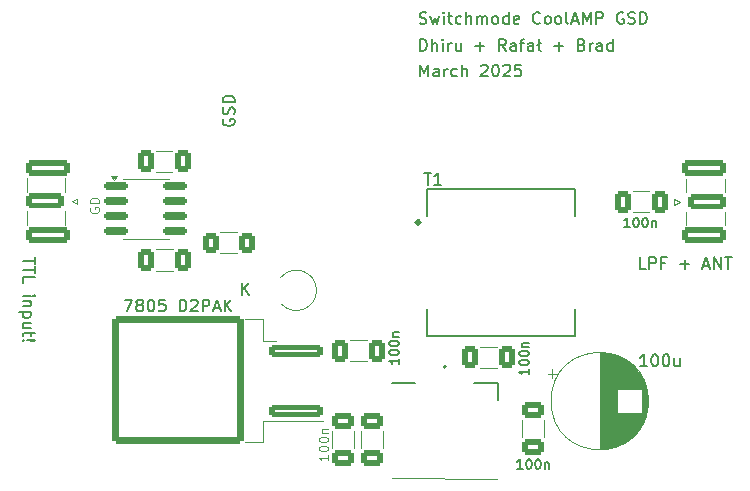
<source format=gbr>
%TF.GenerationSoftware,KiCad,Pcbnew,9.0.0*%
%TF.CreationDate,2025-03-21T19:43:46+05:30*%
%TF.ProjectId,HF-PA-v10,48462d50-412d-4763-9130-2e6b69636164,rev?*%
%TF.SameCoordinates,Original*%
%TF.FileFunction,Legend,Top*%
%TF.FilePolarity,Positive*%
%FSLAX46Y46*%
G04 Gerber Fmt 4.6, Leading zero omitted, Abs format (unit mm)*
G04 Created by KiCad (PCBNEW 9.0.0) date 2025-03-21 19:43:46*
%MOMM*%
%LPD*%
G01*
G04 APERTURE LIST*
G04 Aperture macros list*
%AMRoundRect*
0 Rectangle with rounded corners*
0 $1 Rounding radius*
0 $2 $3 $4 $5 $6 $7 $8 $9 X,Y pos of 4 corners*
0 Add a 4 corners polygon primitive as box body*
4,1,4,$2,$3,$4,$5,$6,$7,$8,$9,$2,$3,0*
0 Add four circle primitives for the rounded corners*
1,1,$1+$1,$2,$3*
1,1,$1+$1,$4,$5*
1,1,$1+$1,$6,$7*
1,1,$1+$1,$8,$9*
0 Add four rect primitives between the rounded corners*
20,1,$1+$1,$2,$3,$4,$5,0*
20,1,$1+$1,$4,$5,$6,$7,0*
20,1,$1+$1,$6,$7,$8,$9,0*
20,1,$1+$1,$8,$9,$2,$3,0*%
G04 Aperture macros list end*
%ADD10C,0.150000*%
%ADD11C,0.100000*%
%ADD12C,0.120000*%
%ADD13C,0.127000*%
%ADD14C,0.200000*%
%ADD15C,0.300000*%
%ADD16RoundRect,0.250000X-0.650000X0.412500X-0.650000X-0.412500X0.650000X-0.412500X0.650000X0.412500X0*%
%ADD17C,0.800000*%
%ADD18C,6.400000*%
%ADD19RoundRect,0.250000X1.350000X-0.385000X1.350000X0.385000X-1.350000X0.385000X-1.350000X-0.385000X0*%
%ADD20RoundRect,0.250000X1.600000X-0.425000X1.600000X0.425000X-1.600000X0.425000X-1.600000X-0.425000X0*%
%ADD21O,4.400000X2.200000*%
%ADD22O,4.000000X2.000000*%
%ADD23O,2.000000X4.000000*%
%ADD24R,2.200000X2.200000*%
%ADD25O,2.200000X2.200000*%
%ADD26RoundRect,0.250000X-0.400000X-0.625000X0.400000X-0.625000X0.400000X0.625000X-0.400000X0.625000X0*%
%ADD27RoundRect,0.250000X-1.350000X0.385000X-1.350000X-0.385000X1.350000X-0.385000X1.350000X0.385000X0*%
%ADD28RoundRect,0.250000X-1.600000X0.425000X-1.600000X-0.425000X1.600000X-0.425000X1.600000X0.425000X0*%
%ADD29O,3.500000X3.500000*%
%ADD30R,1.905000X2.000000*%
%ADD31O,1.905000X2.000000*%
%ADD32RoundRect,0.250000X-0.412500X-0.650000X0.412500X-0.650000X0.412500X0.650000X-0.412500X0.650000X0*%
%ADD33RoundRect,0.250000X0.412500X0.650000X-0.412500X0.650000X-0.412500X-0.650000X0.412500X-0.650000X0*%
%ADD34RoundRect,0.150000X-0.825000X-0.150000X0.825000X-0.150000X0.825000X0.150000X-0.825000X0.150000X0*%
%ADD35R,1.600000X1.600000*%
%ADD36C,1.600000*%
%ADD37R,5.500000X2.150000*%
%ADD38RoundRect,0.250000X2.050000X0.300000X-2.050000X0.300000X-2.050000X-0.300000X2.050000X-0.300000X0*%
%ADD39RoundRect,0.289364X5.290636X5.150636X-5.290636X5.150636X-5.290636X-5.150636X5.290636X-5.150636X0*%
G04 APERTURE END LIST*
D10*
X53412969Y-26109819D02*
X52936779Y-26109819D01*
X52936779Y-26109819D02*
X52936779Y-25109819D01*
X53746303Y-26109819D02*
X53746303Y-25109819D01*
X53746303Y-25109819D02*
X54127255Y-25109819D01*
X54127255Y-25109819D02*
X54222493Y-25157438D01*
X54222493Y-25157438D02*
X54270112Y-25205057D01*
X54270112Y-25205057D02*
X54317731Y-25300295D01*
X54317731Y-25300295D02*
X54317731Y-25443152D01*
X54317731Y-25443152D02*
X54270112Y-25538390D01*
X54270112Y-25538390D02*
X54222493Y-25586009D01*
X54222493Y-25586009D02*
X54127255Y-25633628D01*
X54127255Y-25633628D02*
X53746303Y-25633628D01*
X55079636Y-25586009D02*
X54746303Y-25586009D01*
X54746303Y-26109819D02*
X54746303Y-25109819D01*
X54746303Y-25109819D02*
X55222493Y-25109819D01*
X56365351Y-25728866D02*
X57127256Y-25728866D01*
X56746303Y-26109819D02*
X56746303Y-25347914D01*
X58317732Y-25824104D02*
X58793922Y-25824104D01*
X58222494Y-26109819D02*
X58555827Y-25109819D01*
X58555827Y-25109819D02*
X58889160Y-26109819D01*
X59222494Y-26109819D02*
X59222494Y-25109819D01*
X59222494Y-25109819D02*
X59793922Y-26109819D01*
X59793922Y-26109819D02*
X59793922Y-25109819D01*
X60127256Y-25109819D02*
X60698684Y-25109819D01*
X60412970Y-26109819D02*
X60412970Y-25109819D01*
X1680180Y-25143922D02*
X1680180Y-25715350D01*
X680180Y-25429636D02*
X1680180Y-25429636D01*
X1680180Y-25905827D02*
X1680180Y-26477255D01*
X680180Y-26191541D02*
X1680180Y-26191541D01*
X680180Y-27286779D02*
X680180Y-26810589D01*
X680180Y-26810589D02*
X1680180Y-26810589D01*
X680180Y-28382018D02*
X1346847Y-28382018D01*
X1680180Y-28382018D02*
X1632561Y-28334399D01*
X1632561Y-28334399D02*
X1584942Y-28382018D01*
X1584942Y-28382018D02*
X1632561Y-28429637D01*
X1632561Y-28429637D02*
X1680180Y-28382018D01*
X1680180Y-28382018D02*
X1584942Y-28382018D01*
X1346847Y-28858208D02*
X680180Y-28858208D01*
X1251609Y-28858208D02*
X1299228Y-28905827D01*
X1299228Y-28905827D02*
X1346847Y-29001065D01*
X1346847Y-29001065D02*
X1346847Y-29143922D01*
X1346847Y-29143922D02*
X1299228Y-29239160D01*
X1299228Y-29239160D02*
X1203990Y-29286779D01*
X1203990Y-29286779D02*
X680180Y-29286779D01*
X1346847Y-29762970D02*
X346847Y-29762970D01*
X1299228Y-29762970D02*
X1346847Y-29858208D01*
X1346847Y-29858208D02*
X1346847Y-30048684D01*
X1346847Y-30048684D02*
X1299228Y-30143922D01*
X1299228Y-30143922D02*
X1251609Y-30191541D01*
X1251609Y-30191541D02*
X1156371Y-30239160D01*
X1156371Y-30239160D02*
X870657Y-30239160D01*
X870657Y-30239160D02*
X775419Y-30191541D01*
X775419Y-30191541D02*
X727800Y-30143922D01*
X727800Y-30143922D02*
X680180Y-30048684D01*
X680180Y-30048684D02*
X680180Y-29858208D01*
X680180Y-29858208D02*
X727800Y-29762970D01*
X1346847Y-31096303D02*
X680180Y-31096303D01*
X1346847Y-30667732D02*
X823038Y-30667732D01*
X823038Y-30667732D02*
X727800Y-30715351D01*
X727800Y-30715351D02*
X680180Y-30810589D01*
X680180Y-30810589D02*
X680180Y-30953446D01*
X680180Y-30953446D02*
X727800Y-31048684D01*
X727800Y-31048684D02*
X775419Y-31096303D01*
X1346847Y-31429637D02*
X1346847Y-31810589D01*
X1680180Y-31572494D02*
X823038Y-31572494D01*
X823038Y-31572494D02*
X727800Y-31620113D01*
X727800Y-31620113D02*
X680180Y-31715351D01*
X680180Y-31715351D02*
X680180Y-31810589D01*
X775419Y-32143923D02*
X727800Y-32191542D01*
X727800Y-32191542D02*
X680180Y-32143923D01*
X680180Y-32143923D02*
X727800Y-32096304D01*
X727800Y-32096304D02*
X775419Y-32143923D01*
X775419Y-32143923D02*
X680180Y-32143923D01*
X1061133Y-32143923D02*
X1632561Y-32096304D01*
X1632561Y-32096304D02*
X1680180Y-32143923D01*
X1680180Y-32143923D02*
X1632561Y-32191542D01*
X1632561Y-32191542D02*
X1061133Y-32143923D01*
X1061133Y-32143923D02*
X1680180Y-32143923D01*
X34336779Y-7659819D02*
X34336779Y-6659819D01*
X34336779Y-6659819D02*
X34574874Y-6659819D01*
X34574874Y-6659819D02*
X34717731Y-6707438D01*
X34717731Y-6707438D02*
X34812969Y-6802676D01*
X34812969Y-6802676D02*
X34860588Y-6897914D01*
X34860588Y-6897914D02*
X34908207Y-7088390D01*
X34908207Y-7088390D02*
X34908207Y-7231247D01*
X34908207Y-7231247D02*
X34860588Y-7421723D01*
X34860588Y-7421723D02*
X34812969Y-7516961D01*
X34812969Y-7516961D02*
X34717731Y-7612200D01*
X34717731Y-7612200D02*
X34574874Y-7659819D01*
X34574874Y-7659819D02*
X34336779Y-7659819D01*
X35336779Y-7659819D02*
X35336779Y-6659819D01*
X35765350Y-7659819D02*
X35765350Y-7136009D01*
X35765350Y-7136009D02*
X35717731Y-7040771D01*
X35717731Y-7040771D02*
X35622493Y-6993152D01*
X35622493Y-6993152D02*
X35479636Y-6993152D01*
X35479636Y-6993152D02*
X35384398Y-7040771D01*
X35384398Y-7040771D02*
X35336779Y-7088390D01*
X36241541Y-7659819D02*
X36241541Y-6993152D01*
X36241541Y-6659819D02*
X36193922Y-6707438D01*
X36193922Y-6707438D02*
X36241541Y-6755057D01*
X36241541Y-6755057D02*
X36289160Y-6707438D01*
X36289160Y-6707438D02*
X36241541Y-6659819D01*
X36241541Y-6659819D02*
X36241541Y-6755057D01*
X36717731Y-7659819D02*
X36717731Y-6993152D01*
X36717731Y-7183628D02*
X36765350Y-7088390D01*
X36765350Y-7088390D02*
X36812969Y-7040771D01*
X36812969Y-7040771D02*
X36908207Y-6993152D01*
X36908207Y-6993152D02*
X37003445Y-6993152D01*
X37765350Y-6993152D02*
X37765350Y-7659819D01*
X37336779Y-6993152D02*
X37336779Y-7516961D01*
X37336779Y-7516961D02*
X37384398Y-7612200D01*
X37384398Y-7612200D02*
X37479636Y-7659819D01*
X37479636Y-7659819D02*
X37622493Y-7659819D01*
X37622493Y-7659819D02*
X37717731Y-7612200D01*
X37717731Y-7612200D02*
X37765350Y-7564580D01*
X39003446Y-7278866D02*
X39765351Y-7278866D01*
X39384398Y-7659819D02*
X39384398Y-6897914D01*
X41574874Y-7659819D02*
X41241541Y-7183628D01*
X41003446Y-7659819D02*
X41003446Y-6659819D01*
X41003446Y-6659819D02*
X41384398Y-6659819D01*
X41384398Y-6659819D02*
X41479636Y-6707438D01*
X41479636Y-6707438D02*
X41527255Y-6755057D01*
X41527255Y-6755057D02*
X41574874Y-6850295D01*
X41574874Y-6850295D02*
X41574874Y-6993152D01*
X41574874Y-6993152D02*
X41527255Y-7088390D01*
X41527255Y-7088390D02*
X41479636Y-7136009D01*
X41479636Y-7136009D02*
X41384398Y-7183628D01*
X41384398Y-7183628D02*
X41003446Y-7183628D01*
X42432017Y-7659819D02*
X42432017Y-7136009D01*
X42432017Y-7136009D02*
X42384398Y-7040771D01*
X42384398Y-7040771D02*
X42289160Y-6993152D01*
X42289160Y-6993152D02*
X42098684Y-6993152D01*
X42098684Y-6993152D02*
X42003446Y-7040771D01*
X42432017Y-7612200D02*
X42336779Y-7659819D01*
X42336779Y-7659819D02*
X42098684Y-7659819D01*
X42098684Y-7659819D02*
X42003446Y-7612200D01*
X42003446Y-7612200D02*
X41955827Y-7516961D01*
X41955827Y-7516961D02*
X41955827Y-7421723D01*
X41955827Y-7421723D02*
X42003446Y-7326485D01*
X42003446Y-7326485D02*
X42098684Y-7278866D01*
X42098684Y-7278866D02*
X42336779Y-7278866D01*
X42336779Y-7278866D02*
X42432017Y-7231247D01*
X42765351Y-6993152D02*
X43146303Y-6993152D01*
X42908208Y-7659819D02*
X42908208Y-6802676D01*
X42908208Y-6802676D02*
X42955827Y-6707438D01*
X42955827Y-6707438D02*
X43051065Y-6659819D01*
X43051065Y-6659819D02*
X43146303Y-6659819D01*
X43908208Y-7659819D02*
X43908208Y-7136009D01*
X43908208Y-7136009D02*
X43860589Y-7040771D01*
X43860589Y-7040771D02*
X43765351Y-6993152D01*
X43765351Y-6993152D02*
X43574875Y-6993152D01*
X43574875Y-6993152D02*
X43479637Y-7040771D01*
X43908208Y-7612200D02*
X43812970Y-7659819D01*
X43812970Y-7659819D02*
X43574875Y-7659819D01*
X43574875Y-7659819D02*
X43479637Y-7612200D01*
X43479637Y-7612200D02*
X43432018Y-7516961D01*
X43432018Y-7516961D02*
X43432018Y-7421723D01*
X43432018Y-7421723D02*
X43479637Y-7326485D01*
X43479637Y-7326485D02*
X43574875Y-7278866D01*
X43574875Y-7278866D02*
X43812970Y-7278866D01*
X43812970Y-7278866D02*
X43908208Y-7231247D01*
X44527256Y-7659819D02*
X44432018Y-7612200D01*
X44432018Y-7612200D02*
X44384399Y-7516961D01*
X44384399Y-7516961D02*
X44384399Y-6659819D01*
X44241542Y-7183628D02*
X44527256Y-6993152D01*
X45670114Y-7278866D02*
X46432019Y-7278866D01*
X46051066Y-7659819D02*
X46051066Y-6897914D01*
X48003447Y-7136009D02*
X48146304Y-7183628D01*
X48146304Y-7183628D02*
X48193923Y-7231247D01*
X48193923Y-7231247D02*
X48241542Y-7326485D01*
X48241542Y-7326485D02*
X48241542Y-7469342D01*
X48241542Y-7469342D02*
X48193923Y-7564580D01*
X48193923Y-7564580D02*
X48146304Y-7612200D01*
X48146304Y-7612200D02*
X48051066Y-7659819D01*
X48051066Y-7659819D02*
X47670114Y-7659819D01*
X47670114Y-7659819D02*
X47670114Y-6659819D01*
X47670114Y-6659819D02*
X48003447Y-6659819D01*
X48003447Y-6659819D02*
X48098685Y-6707438D01*
X48098685Y-6707438D02*
X48146304Y-6755057D01*
X48146304Y-6755057D02*
X48193923Y-6850295D01*
X48193923Y-6850295D02*
X48193923Y-6945533D01*
X48193923Y-6945533D02*
X48146304Y-7040771D01*
X48146304Y-7040771D02*
X48098685Y-7088390D01*
X48098685Y-7088390D02*
X48003447Y-7136009D01*
X48003447Y-7136009D02*
X47670114Y-7136009D01*
X48670114Y-7659819D02*
X48670114Y-6993152D01*
X48670114Y-7183628D02*
X48717733Y-7088390D01*
X48717733Y-7088390D02*
X48765352Y-7040771D01*
X48765352Y-7040771D02*
X48860590Y-6993152D01*
X48860590Y-6993152D02*
X48955828Y-6993152D01*
X49717733Y-7659819D02*
X49717733Y-7136009D01*
X49717733Y-7136009D02*
X49670114Y-7040771D01*
X49670114Y-7040771D02*
X49574876Y-6993152D01*
X49574876Y-6993152D02*
X49384400Y-6993152D01*
X49384400Y-6993152D02*
X49289162Y-7040771D01*
X49717733Y-7612200D02*
X49622495Y-7659819D01*
X49622495Y-7659819D02*
X49384400Y-7659819D01*
X49384400Y-7659819D02*
X49289162Y-7612200D01*
X49289162Y-7612200D02*
X49241543Y-7516961D01*
X49241543Y-7516961D02*
X49241543Y-7421723D01*
X49241543Y-7421723D02*
X49289162Y-7326485D01*
X49289162Y-7326485D02*
X49384400Y-7278866D01*
X49384400Y-7278866D02*
X49622495Y-7278866D01*
X49622495Y-7278866D02*
X49717733Y-7231247D01*
X50622495Y-7659819D02*
X50622495Y-6659819D01*
X50622495Y-7612200D02*
X50527257Y-7659819D01*
X50527257Y-7659819D02*
X50336781Y-7659819D01*
X50336781Y-7659819D02*
X50241543Y-7612200D01*
X50241543Y-7612200D02*
X50193924Y-7564580D01*
X50193924Y-7564580D02*
X50146305Y-7469342D01*
X50146305Y-7469342D02*
X50146305Y-7183628D01*
X50146305Y-7183628D02*
X50193924Y-7088390D01*
X50193924Y-7088390D02*
X50241543Y-7040771D01*
X50241543Y-7040771D02*
X50336781Y-6993152D01*
X50336781Y-6993152D02*
X50527257Y-6993152D01*
X50527257Y-6993152D02*
X50622495Y-7040771D01*
X17667438Y-13439411D02*
X17619819Y-13534649D01*
X17619819Y-13534649D02*
X17619819Y-13677506D01*
X17619819Y-13677506D02*
X17667438Y-13820363D01*
X17667438Y-13820363D02*
X17762676Y-13915601D01*
X17762676Y-13915601D02*
X17857914Y-13963220D01*
X17857914Y-13963220D02*
X18048390Y-14010839D01*
X18048390Y-14010839D02*
X18191247Y-14010839D01*
X18191247Y-14010839D02*
X18381723Y-13963220D01*
X18381723Y-13963220D02*
X18476961Y-13915601D01*
X18476961Y-13915601D02*
X18572200Y-13820363D01*
X18572200Y-13820363D02*
X18619819Y-13677506D01*
X18619819Y-13677506D02*
X18619819Y-13582268D01*
X18619819Y-13582268D02*
X18572200Y-13439411D01*
X18572200Y-13439411D02*
X18524580Y-13391792D01*
X18524580Y-13391792D02*
X18191247Y-13391792D01*
X18191247Y-13391792D02*
X18191247Y-13582268D01*
X18572200Y-13010839D02*
X18619819Y-12867982D01*
X18619819Y-12867982D02*
X18619819Y-12629887D01*
X18619819Y-12629887D02*
X18572200Y-12534649D01*
X18572200Y-12534649D02*
X18524580Y-12487030D01*
X18524580Y-12487030D02*
X18429342Y-12439411D01*
X18429342Y-12439411D02*
X18334104Y-12439411D01*
X18334104Y-12439411D02*
X18238866Y-12487030D01*
X18238866Y-12487030D02*
X18191247Y-12534649D01*
X18191247Y-12534649D02*
X18143628Y-12629887D01*
X18143628Y-12629887D02*
X18096009Y-12820363D01*
X18096009Y-12820363D02*
X18048390Y-12915601D01*
X18048390Y-12915601D02*
X18000771Y-12963220D01*
X18000771Y-12963220D02*
X17905533Y-13010839D01*
X17905533Y-13010839D02*
X17810295Y-13010839D01*
X17810295Y-13010839D02*
X17715057Y-12963220D01*
X17715057Y-12963220D02*
X17667438Y-12915601D01*
X17667438Y-12915601D02*
X17619819Y-12820363D01*
X17619819Y-12820363D02*
X17619819Y-12582268D01*
X17619819Y-12582268D02*
X17667438Y-12439411D01*
X18619819Y-12010839D02*
X17619819Y-12010839D01*
X17619819Y-12010839D02*
X17619819Y-11772744D01*
X17619819Y-11772744D02*
X17667438Y-11629887D01*
X17667438Y-11629887D02*
X17762676Y-11534649D01*
X17762676Y-11534649D02*
X17857914Y-11487030D01*
X17857914Y-11487030D02*
X18048390Y-11439411D01*
X18048390Y-11439411D02*
X18191247Y-11439411D01*
X18191247Y-11439411D02*
X18381723Y-11487030D01*
X18381723Y-11487030D02*
X18476961Y-11534649D01*
X18476961Y-11534649D02*
X18572200Y-11629887D01*
X18572200Y-11629887D02*
X18619819Y-11772744D01*
X18619819Y-11772744D02*
X18619819Y-12010839D01*
X34336779Y-9819819D02*
X34336779Y-8819819D01*
X34336779Y-8819819D02*
X34670112Y-9534104D01*
X34670112Y-9534104D02*
X35003445Y-8819819D01*
X35003445Y-8819819D02*
X35003445Y-9819819D01*
X35908207Y-9819819D02*
X35908207Y-9296009D01*
X35908207Y-9296009D02*
X35860588Y-9200771D01*
X35860588Y-9200771D02*
X35765350Y-9153152D01*
X35765350Y-9153152D02*
X35574874Y-9153152D01*
X35574874Y-9153152D02*
X35479636Y-9200771D01*
X35908207Y-9772200D02*
X35812969Y-9819819D01*
X35812969Y-9819819D02*
X35574874Y-9819819D01*
X35574874Y-9819819D02*
X35479636Y-9772200D01*
X35479636Y-9772200D02*
X35432017Y-9676961D01*
X35432017Y-9676961D02*
X35432017Y-9581723D01*
X35432017Y-9581723D02*
X35479636Y-9486485D01*
X35479636Y-9486485D02*
X35574874Y-9438866D01*
X35574874Y-9438866D02*
X35812969Y-9438866D01*
X35812969Y-9438866D02*
X35908207Y-9391247D01*
X36384398Y-9819819D02*
X36384398Y-9153152D01*
X36384398Y-9343628D02*
X36432017Y-9248390D01*
X36432017Y-9248390D02*
X36479636Y-9200771D01*
X36479636Y-9200771D02*
X36574874Y-9153152D01*
X36574874Y-9153152D02*
X36670112Y-9153152D01*
X37432017Y-9772200D02*
X37336779Y-9819819D01*
X37336779Y-9819819D02*
X37146303Y-9819819D01*
X37146303Y-9819819D02*
X37051065Y-9772200D01*
X37051065Y-9772200D02*
X37003446Y-9724580D01*
X37003446Y-9724580D02*
X36955827Y-9629342D01*
X36955827Y-9629342D02*
X36955827Y-9343628D01*
X36955827Y-9343628D02*
X37003446Y-9248390D01*
X37003446Y-9248390D02*
X37051065Y-9200771D01*
X37051065Y-9200771D02*
X37146303Y-9153152D01*
X37146303Y-9153152D02*
X37336779Y-9153152D01*
X37336779Y-9153152D02*
X37432017Y-9200771D01*
X37860589Y-9819819D02*
X37860589Y-8819819D01*
X38289160Y-9819819D02*
X38289160Y-9296009D01*
X38289160Y-9296009D02*
X38241541Y-9200771D01*
X38241541Y-9200771D02*
X38146303Y-9153152D01*
X38146303Y-9153152D02*
X38003446Y-9153152D01*
X38003446Y-9153152D02*
X37908208Y-9200771D01*
X37908208Y-9200771D02*
X37860589Y-9248390D01*
X39479637Y-8915057D02*
X39527256Y-8867438D01*
X39527256Y-8867438D02*
X39622494Y-8819819D01*
X39622494Y-8819819D02*
X39860589Y-8819819D01*
X39860589Y-8819819D02*
X39955827Y-8867438D01*
X39955827Y-8867438D02*
X40003446Y-8915057D01*
X40003446Y-8915057D02*
X40051065Y-9010295D01*
X40051065Y-9010295D02*
X40051065Y-9105533D01*
X40051065Y-9105533D02*
X40003446Y-9248390D01*
X40003446Y-9248390D02*
X39432018Y-9819819D01*
X39432018Y-9819819D02*
X40051065Y-9819819D01*
X40670113Y-8819819D02*
X40765351Y-8819819D01*
X40765351Y-8819819D02*
X40860589Y-8867438D01*
X40860589Y-8867438D02*
X40908208Y-8915057D01*
X40908208Y-8915057D02*
X40955827Y-9010295D01*
X40955827Y-9010295D02*
X41003446Y-9200771D01*
X41003446Y-9200771D02*
X41003446Y-9438866D01*
X41003446Y-9438866D02*
X40955827Y-9629342D01*
X40955827Y-9629342D02*
X40908208Y-9724580D01*
X40908208Y-9724580D02*
X40860589Y-9772200D01*
X40860589Y-9772200D02*
X40765351Y-9819819D01*
X40765351Y-9819819D02*
X40670113Y-9819819D01*
X40670113Y-9819819D02*
X40574875Y-9772200D01*
X40574875Y-9772200D02*
X40527256Y-9724580D01*
X40527256Y-9724580D02*
X40479637Y-9629342D01*
X40479637Y-9629342D02*
X40432018Y-9438866D01*
X40432018Y-9438866D02*
X40432018Y-9200771D01*
X40432018Y-9200771D02*
X40479637Y-9010295D01*
X40479637Y-9010295D02*
X40527256Y-8915057D01*
X40527256Y-8915057D02*
X40574875Y-8867438D01*
X40574875Y-8867438D02*
X40670113Y-8819819D01*
X41384399Y-8915057D02*
X41432018Y-8867438D01*
X41432018Y-8867438D02*
X41527256Y-8819819D01*
X41527256Y-8819819D02*
X41765351Y-8819819D01*
X41765351Y-8819819D02*
X41860589Y-8867438D01*
X41860589Y-8867438D02*
X41908208Y-8915057D01*
X41908208Y-8915057D02*
X41955827Y-9010295D01*
X41955827Y-9010295D02*
X41955827Y-9105533D01*
X41955827Y-9105533D02*
X41908208Y-9248390D01*
X41908208Y-9248390D02*
X41336780Y-9819819D01*
X41336780Y-9819819D02*
X41955827Y-9819819D01*
X42860589Y-8819819D02*
X42384399Y-8819819D01*
X42384399Y-8819819D02*
X42336780Y-9296009D01*
X42336780Y-9296009D02*
X42384399Y-9248390D01*
X42384399Y-9248390D02*
X42479637Y-9200771D01*
X42479637Y-9200771D02*
X42717732Y-9200771D01*
X42717732Y-9200771D02*
X42812970Y-9248390D01*
X42812970Y-9248390D02*
X42860589Y-9296009D01*
X42860589Y-9296009D02*
X42908208Y-9391247D01*
X42908208Y-9391247D02*
X42908208Y-9629342D01*
X42908208Y-9629342D02*
X42860589Y-9724580D01*
X42860589Y-9724580D02*
X42812970Y-9772200D01*
X42812970Y-9772200D02*
X42717732Y-9819819D01*
X42717732Y-9819819D02*
X42479637Y-9819819D01*
X42479637Y-9819819D02*
X42384399Y-9772200D01*
X42384399Y-9772200D02*
X42336780Y-9724580D01*
X34289160Y-5322200D02*
X34432017Y-5369819D01*
X34432017Y-5369819D02*
X34670112Y-5369819D01*
X34670112Y-5369819D02*
X34765350Y-5322200D01*
X34765350Y-5322200D02*
X34812969Y-5274580D01*
X34812969Y-5274580D02*
X34860588Y-5179342D01*
X34860588Y-5179342D02*
X34860588Y-5084104D01*
X34860588Y-5084104D02*
X34812969Y-4988866D01*
X34812969Y-4988866D02*
X34765350Y-4941247D01*
X34765350Y-4941247D02*
X34670112Y-4893628D01*
X34670112Y-4893628D02*
X34479636Y-4846009D01*
X34479636Y-4846009D02*
X34384398Y-4798390D01*
X34384398Y-4798390D02*
X34336779Y-4750771D01*
X34336779Y-4750771D02*
X34289160Y-4655533D01*
X34289160Y-4655533D02*
X34289160Y-4560295D01*
X34289160Y-4560295D02*
X34336779Y-4465057D01*
X34336779Y-4465057D02*
X34384398Y-4417438D01*
X34384398Y-4417438D02*
X34479636Y-4369819D01*
X34479636Y-4369819D02*
X34717731Y-4369819D01*
X34717731Y-4369819D02*
X34860588Y-4417438D01*
X35193922Y-4703152D02*
X35384398Y-5369819D01*
X35384398Y-5369819D02*
X35574874Y-4893628D01*
X35574874Y-4893628D02*
X35765350Y-5369819D01*
X35765350Y-5369819D02*
X35955826Y-4703152D01*
X36336779Y-5369819D02*
X36336779Y-4703152D01*
X36336779Y-4369819D02*
X36289160Y-4417438D01*
X36289160Y-4417438D02*
X36336779Y-4465057D01*
X36336779Y-4465057D02*
X36384398Y-4417438D01*
X36384398Y-4417438D02*
X36336779Y-4369819D01*
X36336779Y-4369819D02*
X36336779Y-4465057D01*
X36670112Y-4703152D02*
X37051064Y-4703152D01*
X36812969Y-4369819D02*
X36812969Y-5226961D01*
X36812969Y-5226961D02*
X36860588Y-5322200D01*
X36860588Y-5322200D02*
X36955826Y-5369819D01*
X36955826Y-5369819D02*
X37051064Y-5369819D01*
X37812969Y-5322200D02*
X37717731Y-5369819D01*
X37717731Y-5369819D02*
X37527255Y-5369819D01*
X37527255Y-5369819D02*
X37432017Y-5322200D01*
X37432017Y-5322200D02*
X37384398Y-5274580D01*
X37384398Y-5274580D02*
X37336779Y-5179342D01*
X37336779Y-5179342D02*
X37336779Y-4893628D01*
X37336779Y-4893628D02*
X37384398Y-4798390D01*
X37384398Y-4798390D02*
X37432017Y-4750771D01*
X37432017Y-4750771D02*
X37527255Y-4703152D01*
X37527255Y-4703152D02*
X37717731Y-4703152D01*
X37717731Y-4703152D02*
X37812969Y-4750771D01*
X38241541Y-5369819D02*
X38241541Y-4369819D01*
X38670112Y-5369819D02*
X38670112Y-4846009D01*
X38670112Y-4846009D02*
X38622493Y-4750771D01*
X38622493Y-4750771D02*
X38527255Y-4703152D01*
X38527255Y-4703152D02*
X38384398Y-4703152D01*
X38384398Y-4703152D02*
X38289160Y-4750771D01*
X38289160Y-4750771D02*
X38241541Y-4798390D01*
X39146303Y-5369819D02*
X39146303Y-4703152D01*
X39146303Y-4798390D02*
X39193922Y-4750771D01*
X39193922Y-4750771D02*
X39289160Y-4703152D01*
X39289160Y-4703152D02*
X39432017Y-4703152D01*
X39432017Y-4703152D02*
X39527255Y-4750771D01*
X39527255Y-4750771D02*
X39574874Y-4846009D01*
X39574874Y-4846009D02*
X39574874Y-5369819D01*
X39574874Y-4846009D02*
X39622493Y-4750771D01*
X39622493Y-4750771D02*
X39717731Y-4703152D01*
X39717731Y-4703152D02*
X39860588Y-4703152D01*
X39860588Y-4703152D02*
X39955827Y-4750771D01*
X39955827Y-4750771D02*
X40003446Y-4846009D01*
X40003446Y-4846009D02*
X40003446Y-5369819D01*
X40622493Y-5369819D02*
X40527255Y-5322200D01*
X40527255Y-5322200D02*
X40479636Y-5274580D01*
X40479636Y-5274580D02*
X40432017Y-5179342D01*
X40432017Y-5179342D02*
X40432017Y-4893628D01*
X40432017Y-4893628D02*
X40479636Y-4798390D01*
X40479636Y-4798390D02*
X40527255Y-4750771D01*
X40527255Y-4750771D02*
X40622493Y-4703152D01*
X40622493Y-4703152D02*
X40765350Y-4703152D01*
X40765350Y-4703152D02*
X40860588Y-4750771D01*
X40860588Y-4750771D02*
X40908207Y-4798390D01*
X40908207Y-4798390D02*
X40955826Y-4893628D01*
X40955826Y-4893628D02*
X40955826Y-5179342D01*
X40955826Y-5179342D02*
X40908207Y-5274580D01*
X40908207Y-5274580D02*
X40860588Y-5322200D01*
X40860588Y-5322200D02*
X40765350Y-5369819D01*
X40765350Y-5369819D02*
X40622493Y-5369819D01*
X41812969Y-5369819D02*
X41812969Y-4369819D01*
X41812969Y-5322200D02*
X41717731Y-5369819D01*
X41717731Y-5369819D02*
X41527255Y-5369819D01*
X41527255Y-5369819D02*
X41432017Y-5322200D01*
X41432017Y-5322200D02*
X41384398Y-5274580D01*
X41384398Y-5274580D02*
X41336779Y-5179342D01*
X41336779Y-5179342D02*
X41336779Y-4893628D01*
X41336779Y-4893628D02*
X41384398Y-4798390D01*
X41384398Y-4798390D02*
X41432017Y-4750771D01*
X41432017Y-4750771D02*
X41527255Y-4703152D01*
X41527255Y-4703152D02*
X41717731Y-4703152D01*
X41717731Y-4703152D02*
X41812969Y-4750771D01*
X42670112Y-5322200D02*
X42574874Y-5369819D01*
X42574874Y-5369819D02*
X42384398Y-5369819D01*
X42384398Y-5369819D02*
X42289160Y-5322200D01*
X42289160Y-5322200D02*
X42241541Y-5226961D01*
X42241541Y-5226961D02*
X42241541Y-4846009D01*
X42241541Y-4846009D02*
X42289160Y-4750771D01*
X42289160Y-4750771D02*
X42384398Y-4703152D01*
X42384398Y-4703152D02*
X42574874Y-4703152D01*
X42574874Y-4703152D02*
X42670112Y-4750771D01*
X42670112Y-4750771D02*
X42717731Y-4846009D01*
X42717731Y-4846009D02*
X42717731Y-4941247D01*
X42717731Y-4941247D02*
X42241541Y-5036485D01*
X44479636Y-5274580D02*
X44432017Y-5322200D01*
X44432017Y-5322200D02*
X44289160Y-5369819D01*
X44289160Y-5369819D02*
X44193922Y-5369819D01*
X44193922Y-5369819D02*
X44051065Y-5322200D01*
X44051065Y-5322200D02*
X43955827Y-5226961D01*
X43955827Y-5226961D02*
X43908208Y-5131723D01*
X43908208Y-5131723D02*
X43860589Y-4941247D01*
X43860589Y-4941247D02*
X43860589Y-4798390D01*
X43860589Y-4798390D02*
X43908208Y-4607914D01*
X43908208Y-4607914D02*
X43955827Y-4512676D01*
X43955827Y-4512676D02*
X44051065Y-4417438D01*
X44051065Y-4417438D02*
X44193922Y-4369819D01*
X44193922Y-4369819D02*
X44289160Y-4369819D01*
X44289160Y-4369819D02*
X44432017Y-4417438D01*
X44432017Y-4417438D02*
X44479636Y-4465057D01*
X45051065Y-5369819D02*
X44955827Y-5322200D01*
X44955827Y-5322200D02*
X44908208Y-5274580D01*
X44908208Y-5274580D02*
X44860589Y-5179342D01*
X44860589Y-5179342D02*
X44860589Y-4893628D01*
X44860589Y-4893628D02*
X44908208Y-4798390D01*
X44908208Y-4798390D02*
X44955827Y-4750771D01*
X44955827Y-4750771D02*
X45051065Y-4703152D01*
X45051065Y-4703152D02*
X45193922Y-4703152D01*
X45193922Y-4703152D02*
X45289160Y-4750771D01*
X45289160Y-4750771D02*
X45336779Y-4798390D01*
X45336779Y-4798390D02*
X45384398Y-4893628D01*
X45384398Y-4893628D02*
X45384398Y-5179342D01*
X45384398Y-5179342D02*
X45336779Y-5274580D01*
X45336779Y-5274580D02*
X45289160Y-5322200D01*
X45289160Y-5322200D02*
X45193922Y-5369819D01*
X45193922Y-5369819D02*
X45051065Y-5369819D01*
X45955827Y-5369819D02*
X45860589Y-5322200D01*
X45860589Y-5322200D02*
X45812970Y-5274580D01*
X45812970Y-5274580D02*
X45765351Y-5179342D01*
X45765351Y-5179342D02*
X45765351Y-4893628D01*
X45765351Y-4893628D02*
X45812970Y-4798390D01*
X45812970Y-4798390D02*
X45860589Y-4750771D01*
X45860589Y-4750771D02*
X45955827Y-4703152D01*
X45955827Y-4703152D02*
X46098684Y-4703152D01*
X46098684Y-4703152D02*
X46193922Y-4750771D01*
X46193922Y-4750771D02*
X46241541Y-4798390D01*
X46241541Y-4798390D02*
X46289160Y-4893628D01*
X46289160Y-4893628D02*
X46289160Y-5179342D01*
X46289160Y-5179342D02*
X46241541Y-5274580D01*
X46241541Y-5274580D02*
X46193922Y-5322200D01*
X46193922Y-5322200D02*
X46098684Y-5369819D01*
X46098684Y-5369819D02*
X45955827Y-5369819D01*
X46860589Y-5369819D02*
X46765351Y-5322200D01*
X46765351Y-5322200D02*
X46717732Y-5226961D01*
X46717732Y-5226961D02*
X46717732Y-4369819D01*
X47193923Y-5084104D02*
X47670113Y-5084104D01*
X47098685Y-5369819D02*
X47432018Y-4369819D01*
X47432018Y-4369819D02*
X47765351Y-5369819D01*
X48098685Y-5369819D02*
X48098685Y-4369819D01*
X48098685Y-4369819D02*
X48432018Y-5084104D01*
X48432018Y-5084104D02*
X48765351Y-4369819D01*
X48765351Y-4369819D02*
X48765351Y-5369819D01*
X49241542Y-5369819D02*
X49241542Y-4369819D01*
X49241542Y-4369819D02*
X49622494Y-4369819D01*
X49622494Y-4369819D02*
X49717732Y-4417438D01*
X49717732Y-4417438D02*
X49765351Y-4465057D01*
X49765351Y-4465057D02*
X49812970Y-4560295D01*
X49812970Y-4560295D02*
X49812970Y-4703152D01*
X49812970Y-4703152D02*
X49765351Y-4798390D01*
X49765351Y-4798390D02*
X49717732Y-4846009D01*
X49717732Y-4846009D02*
X49622494Y-4893628D01*
X49622494Y-4893628D02*
X49241542Y-4893628D01*
X51527256Y-4417438D02*
X51432018Y-4369819D01*
X51432018Y-4369819D02*
X51289161Y-4369819D01*
X51289161Y-4369819D02*
X51146304Y-4417438D01*
X51146304Y-4417438D02*
X51051066Y-4512676D01*
X51051066Y-4512676D02*
X51003447Y-4607914D01*
X51003447Y-4607914D02*
X50955828Y-4798390D01*
X50955828Y-4798390D02*
X50955828Y-4941247D01*
X50955828Y-4941247D02*
X51003447Y-5131723D01*
X51003447Y-5131723D02*
X51051066Y-5226961D01*
X51051066Y-5226961D02*
X51146304Y-5322200D01*
X51146304Y-5322200D02*
X51289161Y-5369819D01*
X51289161Y-5369819D02*
X51384399Y-5369819D01*
X51384399Y-5369819D02*
X51527256Y-5322200D01*
X51527256Y-5322200D02*
X51574875Y-5274580D01*
X51574875Y-5274580D02*
X51574875Y-4941247D01*
X51574875Y-4941247D02*
X51384399Y-4941247D01*
X51955828Y-5322200D02*
X52098685Y-5369819D01*
X52098685Y-5369819D02*
X52336780Y-5369819D01*
X52336780Y-5369819D02*
X52432018Y-5322200D01*
X52432018Y-5322200D02*
X52479637Y-5274580D01*
X52479637Y-5274580D02*
X52527256Y-5179342D01*
X52527256Y-5179342D02*
X52527256Y-5084104D01*
X52527256Y-5084104D02*
X52479637Y-4988866D01*
X52479637Y-4988866D02*
X52432018Y-4941247D01*
X52432018Y-4941247D02*
X52336780Y-4893628D01*
X52336780Y-4893628D02*
X52146304Y-4846009D01*
X52146304Y-4846009D02*
X52051066Y-4798390D01*
X52051066Y-4798390D02*
X52003447Y-4750771D01*
X52003447Y-4750771D02*
X51955828Y-4655533D01*
X51955828Y-4655533D02*
X51955828Y-4560295D01*
X51955828Y-4560295D02*
X52003447Y-4465057D01*
X52003447Y-4465057D02*
X52051066Y-4417438D01*
X52051066Y-4417438D02*
X52146304Y-4369819D01*
X52146304Y-4369819D02*
X52384399Y-4369819D01*
X52384399Y-4369819D02*
X52527256Y-4417438D01*
X52955828Y-5369819D02*
X52955828Y-4369819D01*
X52955828Y-4369819D02*
X53193923Y-4369819D01*
X53193923Y-4369819D02*
X53336780Y-4417438D01*
X53336780Y-4417438D02*
X53432018Y-4512676D01*
X53432018Y-4512676D02*
X53479637Y-4607914D01*
X53479637Y-4607914D02*
X53527256Y-4798390D01*
X53527256Y-4798390D02*
X53527256Y-4941247D01*
X53527256Y-4941247D02*
X53479637Y-5131723D01*
X53479637Y-5131723D02*
X53432018Y-5226961D01*
X53432018Y-5226961D02*
X53336780Y-5322200D01*
X53336780Y-5322200D02*
X53193923Y-5369819D01*
X53193923Y-5369819D02*
X52955828Y-5369819D01*
D11*
X26544895Y-41865238D02*
X26544895Y-42322381D01*
X26544895Y-42093809D02*
X25744895Y-42093809D01*
X25744895Y-42093809D02*
X25859180Y-42170000D01*
X25859180Y-42170000D02*
X25935371Y-42246190D01*
X25935371Y-42246190D02*
X25973466Y-42322381D01*
X25744895Y-41369999D02*
X25744895Y-41293809D01*
X25744895Y-41293809D02*
X25782990Y-41217618D01*
X25782990Y-41217618D02*
X25821085Y-41179523D01*
X25821085Y-41179523D02*
X25897276Y-41141428D01*
X25897276Y-41141428D02*
X26049657Y-41103333D01*
X26049657Y-41103333D02*
X26240133Y-41103333D01*
X26240133Y-41103333D02*
X26392514Y-41141428D01*
X26392514Y-41141428D02*
X26468704Y-41179523D01*
X26468704Y-41179523D02*
X26506800Y-41217618D01*
X26506800Y-41217618D02*
X26544895Y-41293809D01*
X26544895Y-41293809D02*
X26544895Y-41369999D01*
X26544895Y-41369999D02*
X26506800Y-41446190D01*
X26506800Y-41446190D02*
X26468704Y-41484285D01*
X26468704Y-41484285D02*
X26392514Y-41522380D01*
X26392514Y-41522380D02*
X26240133Y-41560476D01*
X26240133Y-41560476D02*
X26049657Y-41560476D01*
X26049657Y-41560476D02*
X25897276Y-41522380D01*
X25897276Y-41522380D02*
X25821085Y-41484285D01*
X25821085Y-41484285D02*
X25782990Y-41446190D01*
X25782990Y-41446190D02*
X25744895Y-41369999D01*
X25744895Y-40608094D02*
X25744895Y-40531904D01*
X25744895Y-40531904D02*
X25782990Y-40455713D01*
X25782990Y-40455713D02*
X25821085Y-40417618D01*
X25821085Y-40417618D02*
X25897276Y-40379523D01*
X25897276Y-40379523D02*
X26049657Y-40341428D01*
X26049657Y-40341428D02*
X26240133Y-40341428D01*
X26240133Y-40341428D02*
X26392514Y-40379523D01*
X26392514Y-40379523D02*
X26468704Y-40417618D01*
X26468704Y-40417618D02*
X26506800Y-40455713D01*
X26506800Y-40455713D02*
X26544895Y-40531904D01*
X26544895Y-40531904D02*
X26544895Y-40608094D01*
X26544895Y-40608094D02*
X26506800Y-40684285D01*
X26506800Y-40684285D02*
X26468704Y-40722380D01*
X26468704Y-40722380D02*
X26392514Y-40760475D01*
X26392514Y-40760475D02*
X26240133Y-40798571D01*
X26240133Y-40798571D02*
X26049657Y-40798571D01*
X26049657Y-40798571D02*
X25897276Y-40760475D01*
X25897276Y-40760475D02*
X25821085Y-40722380D01*
X25821085Y-40722380D02*
X25782990Y-40684285D01*
X25782990Y-40684285D02*
X25744895Y-40608094D01*
X26011561Y-39998570D02*
X26544895Y-39998570D01*
X26087752Y-39998570D02*
X26049657Y-39960475D01*
X26049657Y-39960475D02*
X26011561Y-39884285D01*
X26011561Y-39884285D02*
X26011561Y-39769999D01*
X26011561Y-39769999D02*
X26049657Y-39693808D01*
X26049657Y-39693808D02*
X26125847Y-39655713D01*
X26125847Y-39655713D02*
X26544895Y-39655713D01*
D10*
X19288095Y-28304819D02*
X19288095Y-27304819D01*
X19859523Y-28304819D02*
X19430952Y-27733390D01*
X19859523Y-27304819D02*
X19288095Y-27876247D01*
X52082261Y-22582295D02*
X51625118Y-22582295D01*
X51853690Y-22582295D02*
X51853690Y-21782295D01*
X51853690Y-21782295D02*
X51777499Y-21896580D01*
X51777499Y-21896580D02*
X51701309Y-21972771D01*
X51701309Y-21972771D02*
X51625118Y-22010866D01*
X52577500Y-21782295D02*
X52653690Y-21782295D01*
X52653690Y-21782295D02*
X52729881Y-21820390D01*
X52729881Y-21820390D02*
X52767976Y-21858485D01*
X52767976Y-21858485D02*
X52806071Y-21934676D01*
X52806071Y-21934676D02*
X52844166Y-22087057D01*
X52844166Y-22087057D02*
X52844166Y-22277533D01*
X52844166Y-22277533D02*
X52806071Y-22429914D01*
X52806071Y-22429914D02*
X52767976Y-22506104D01*
X52767976Y-22506104D02*
X52729881Y-22544200D01*
X52729881Y-22544200D02*
X52653690Y-22582295D01*
X52653690Y-22582295D02*
X52577500Y-22582295D01*
X52577500Y-22582295D02*
X52501309Y-22544200D01*
X52501309Y-22544200D02*
X52463214Y-22506104D01*
X52463214Y-22506104D02*
X52425119Y-22429914D01*
X52425119Y-22429914D02*
X52387023Y-22277533D01*
X52387023Y-22277533D02*
X52387023Y-22087057D01*
X52387023Y-22087057D02*
X52425119Y-21934676D01*
X52425119Y-21934676D02*
X52463214Y-21858485D01*
X52463214Y-21858485D02*
X52501309Y-21820390D01*
X52501309Y-21820390D02*
X52577500Y-21782295D01*
X53339405Y-21782295D02*
X53415595Y-21782295D01*
X53415595Y-21782295D02*
X53491786Y-21820390D01*
X53491786Y-21820390D02*
X53529881Y-21858485D01*
X53529881Y-21858485D02*
X53567976Y-21934676D01*
X53567976Y-21934676D02*
X53606071Y-22087057D01*
X53606071Y-22087057D02*
X53606071Y-22277533D01*
X53606071Y-22277533D02*
X53567976Y-22429914D01*
X53567976Y-22429914D02*
X53529881Y-22506104D01*
X53529881Y-22506104D02*
X53491786Y-22544200D01*
X53491786Y-22544200D02*
X53415595Y-22582295D01*
X53415595Y-22582295D02*
X53339405Y-22582295D01*
X53339405Y-22582295D02*
X53263214Y-22544200D01*
X53263214Y-22544200D02*
X53225119Y-22506104D01*
X53225119Y-22506104D02*
X53187024Y-22429914D01*
X53187024Y-22429914D02*
X53148928Y-22277533D01*
X53148928Y-22277533D02*
X53148928Y-22087057D01*
X53148928Y-22087057D02*
X53187024Y-21934676D01*
X53187024Y-21934676D02*
X53225119Y-21858485D01*
X53225119Y-21858485D02*
X53263214Y-21820390D01*
X53263214Y-21820390D02*
X53339405Y-21782295D01*
X53948929Y-22048961D02*
X53948929Y-22582295D01*
X53948929Y-22125152D02*
X53987024Y-22087057D01*
X53987024Y-22087057D02*
X54063214Y-22048961D01*
X54063214Y-22048961D02*
X54177500Y-22048961D01*
X54177500Y-22048961D02*
X54253691Y-22087057D01*
X54253691Y-22087057D02*
X54291786Y-22163247D01*
X54291786Y-22163247D02*
X54291786Y-22582295D01*
D11*
X6402990Y-20940476D02*
X6364895Y-21016666D01*
X6364895Y-21016666D02*
X6364895Y-21130952D01*
X6364895Y-21130952D02*
X6402990Y-21245238D01*
X6402990Y-21245238D02*
X6479180Y-21321428D01*
X6479180Y-21321428D02*
X6555371Y-21359523D01*
X6555371Y-21359523D02*
X6707752Y-21397619D01*
X6707752Y-21397619D02*
X6822038Y-21397619D01*
X6822038Y-21397619D02*
X6974419Y-21359523D01*
X6974419Y-21359523D02*
X7050609Y-21321428D01*
X7050609Y-21321428D02*
X7126800Y-21245238D01*
X7126800Y-21245238D02*
X7164895Y-21130952D01*
X7164895Y-21130952D02*
X7164895Y-21054761D01*
X7164895Y-21054761D02*
X7126800Y-20940476D01*
X7126800Y-20940476D02*
X7088704Y-20902380D01*
X7088704Y-20902380D02*
X6822038Y-20902380D01*
X6822038Y-20902380D02*
X6822038Y-21054761D01*
X7164895Y-20559523D02*
X6364895Y-20559523D01*
X6364895Y-20559523D02*
X6364895Y-20369047D01*
X6364895Y-20369047D02*
X6402990Y-20254761D01*
X6402990Y-20254761D02*
X6479180Y-20178571D01*
X6479180Y-20178571D02*
X6555371Y-20140476D01*
X6555371Y-20140476D02*
X6707752Y-20102380D01*
X6707752Y-20102380D02*
X6822038Y-20102380D01*
X6822038Y-20102380D02*
X6974419Y-20140476D01*
X6974419Y-20140476D02*
X7050609Y-20178571D01*
X7050609Y-20178571D02*
X7126800Y-20254761D01*
X7126800Y-20254761D02*
X7164895Y-20369047D01*
X7164895Y-20369047D02*
X7164895Y-20559523D01*
D10*
X53530952Y-34354819D02*
X52959524Y-34354819D01*
X53245238Y-34354819D02*
X53245238Y-33354819D01*
X53245238Y-33354819D02*
X53150000Y-33497676D01*
X53150000Y-33497676D02*
X53054762Y-33592914D01*
X53054762Y-33592914D02*
X52959524Y-33640533D01*
X54150000Y-33354819D02*
X54245238Y-33354819D01*
X54245238Y-33354819D02*
X54340476Y-33402438D01*
X54340476Y-33402438D02*
X54388095Y-33450057D01*
X54388095Y-33450057D02*
X54435714Y-33545295D01*
X54435714Y-33545295D02*
X54483333Y-33735771D01*
X54483333Y-33735771D02*
X54483333Y-33973866D01*
X54483333Y-33973866D02*
X54435714Y-34164342D01*
X54435714Y-34164342D02*
X54388095Y-34259580D01*
X54388095Y-34259580D02*
X54340476Y-34307200D01*
X54340476Y-34307200D02*
X54245238Y-34354819D01*
X54245238Y-34354819D02*
X54150000Y-34354819D01*
X54150000Y-34354819D02*
X54054762Y-34307200D01*
X54054762Y-34307200D02*
X54007143Y-34259580D01*
X54007143Y-34259580D02*
X53959524Y-34164342D01*
X53959524Y-34164342D02*
X53911905Y-33973866D01*
X53911905Y-33973866D02*
X53911905Y-33735771D01*
X53911905Y-33735771D02*
X53959524Y-33545295D01*
X53959524Y-33545295D02*
X54007143Y-33450057D01*
X54007143Y-33450057D02*
X54054762Y-33402438D01*
X54054762Y-33402438D02*
X54150000Y-33354819D01*
X55102381Y-33354819D02*
X55197619Y-33354819D01*
X55197619Y-33354819D02*
X55292857Y-33402438D01*
X55292857Y-33402438D02*
X55340476Y-33450057D01*
X55340476Y-33450057D02*
X55388095Y-33545295D01*
X55388095Y-33545295D02*
X55435714Y-33735771D01*
X55435714Y-33735771D02*
X55435714Y-33973866D01*
X55435714Y-33973866D02*
X55388095Y-34164342D01*
X55388095Y-34164342D02*
X55340476Y-34259580D01*
X55340476Y-34259580D02*
X55292857Y-34307200D01*
X55292857Y-34307200D02*
X55197619Y-34354819D01*
X55197619Y-34354819D02*
X55102381Y-34354819D01*
X55102381Y-34354819D02*
X55007143Y-34307200D01*
X55007143Y-34307200D02*
X54959524Y-34259580D01*
X54959524Y-34259580D02*
X54911905Y-34164342D01*
X54911905Y-34164342D02*
X54864286Y-33973866D01*
X54864286Y-33973866D02*
X54864286Y-33735771D01*
X54864286Y-33735771D02*
X54911905Y-33545295D01*
X54911905Y-33545295D02*
X54959524Y-33450057D01*
X54959524Y-33450057D02*
X55007143Y-33402438D01*
X55007143Y-33402438D02*
X55102381Y-33354819D01*
X56292857Y-33688152D02*
X56292857Y-34354819D01*
X55864286Y-33688152D02*
X55864286Y-34211961D01*
X55864286Y-34211961D02*
X55911905Y-34307200D01*
X55911905Y-34307200D02*
X56007143Y-34354819D01*
X56007143Y-34354819D02*
X56150000Y-34354819D01*
X56150000Y-34354819D02*
X56245238Y-34307200D01*
X56245238Y-34307200D02*
X56292857Y-34259580D01*
X34672022Y-17969062D02*
X35244256Y-17969062D01*
X34958139Y-18970471D02*
X34958139Y-17969062D01*
X36102606Y-18970471D02*
X35530372Y-18970471D01*
X35816489Y-18970471D02*
X35816489Y-17969062D01*
X35816489Y-17969062D02*
X35721117Y-18112120D01*
X35721117Y-18112120D02*
X35625744Y-18207492D01*
X35625744Y-18207492D02*
X35530372Y-18255179D01*
X43004761Y-43012295D02*
X42547618Y-43012295D01*
X42776190Y-43012295D02*
X42776190Y-42212295D01*
X42776190Y-42212295D02*
X42699999Y-42326580D01*
X42699999Y-42326580D02*
X42623809Y-42402771D01*
X42623809Y-42402771D02*
X42547618Y-42440866D01*
X43500000Y-42212295D02*
X43576190Y-42212295D01*
X43576190Y-42212295D02*
X43652381Y-42250390D01*
X43652381Y-42250390D02*
X43690476Y-42288485D01*
X43690476Y-42288485D02*
X43728571Y-42364676D01*
X43728571Y-42364676D02*
X43766666Y-42517057D01*
X43766666Y-42517057D02*
X43766666Y-42707533D01*
X43766666Y-42707533D02*
X43728571Y-42859914D01*
X43728571Y-42859914D02*
X43690476Y-42936104D01*
X43690476Y-42936104D02*
X43652381Y-42974200D01*
X43652381Y-42974200D02*
X43576190Y-43012295D01*
X43576190Y-43012295D02*
X43500000Y-43012295D01*
X43500000Y-43012295D02*
X43423809Y-42974200D01*
X43423809Y-42974200D02*
X43385714Y-42936104D01*
X43385714Y-42936104D02*
X43347619Y-42859914D01*
X43347619Y-42859914D02*
X43309523Y-42707533D01*
X43309523Y-42707533D02*
X43309523Y-42517057D01*
X43309523Y-42517057D02*
X43347619Y-42364676D01*
X43347619Y-42364676D02*
X43385714Y-42288485D01*
X43385714Y-42288485D02*
X43423809Y-42250390D01*
X43423809Y-42250390D02*
X43500000Y-42212295D01*
X44261905Y-42212295D02*
X44338095Y-42212295D01*
X44338095Y-42212295D02*
X44414286Y-42250390D01*
X44414286Y-42250390D02*
X44452381Y-42288485D01*
X44452381Y-42288485D02*
X44490476Y-42364676D01*
X44490476Y-42364676D02*
X44528571Y-42517057D01*
X44528571Y-42517057D02*
X44528571Y-42707533D01*
X44528571Y-42707533D02*
X44490476Y-42859914D01*
X44490476Y-42859914D02*
X44452381Y-42936104D01*
X44452381Y-42936104D02*
X44414286Y-42974200D01*
X44414286Y-42974200D02*
X44338095Y-43012295D01*
X44338095Y-43012295D02*
X44261905Y-43012295D01*
X44261905Y-43012295D02*
X44185714Y-42974200D01*
X44185714Y-42974200D02*
X44147619Y-42936104D01*
X44147619Y-42936104D02*
X44109524Y-42859914D01*
X44109524Y-42859914D02*
X44071428Y-42707533D01*
X44071428Y-42707533D02*
X44071428Y-42517057D01*
X44071428Y-42517057D02*
X44109524Y-42364676D01*
X44109524Y-42364676D02*
X44147619Y-42288485D01*
X44147619Y-42288485D02*
X44185714Y-42250390D01*
X44185714Y-42250390D02*
X44261905Y-42212295D01*
X44871429Y-42478961D02*
X44871429Y-43012295D01*
X44871429Y-42555152D02*
X44909524Y-42517057D01*
X44909524Y-42517057D02*
X44985714Y-42478961D01*
X44985714Y-42478961D02*
X45100000Y-42478961D01*
X45100000Y-42478961D02*
X45176191Y-42517057D01*
X45176191Y-42517057D02*
X45214286Y-42593247D01*
X45214286Y-42593247D02*
X45214286Y-43012295D01*
X32534795Y-33705238D02*
X32534795Y-34162381D01*
X32534795Y-33933809D02*
X31734795Y-33933809D01*
X31734795Y-33933809D02*
X31849080Y-34010000D01*
X31849080Y-34010000D02*
X31925271Y-34086190D01*
X31925271Y-34086190D02*
X31963366Y-34162381D01*
X31734795Y-33209999D02*
X31734795Y-33133809D01*
X31734795Y-33133809D02*
X31772890Y-33057618D01*
X31772890Y-33057618D02*
X31810985Y-33019523D01*
X31810985Y-33019523D02*
X31887176Y-32981428D01*
X31887176Y-32981428D02*
X32039557Y-32943333D01*
X32039557Y-32943333D02*
X32230033Y-32943333D01*
X32230033Y-32943333D02*
X32382414Y-32981428D01*
X32382414Y-32981428D02*
X32458604Y-33019523D01*
X32458604Y-33019523D02*
X32496700Y-33057618D01*
X32496700Y-33057618D02*
X32534795Y-33133809D01*
X32534795Y-33133809D02*
X32534795Y-33209999D01*
X32534795Y-33209999D02*
X32496700Y-33286190D01*
X32496700Y-33286190D02*
X32458604Y-33324285D01*
X32458604Y-33324285D02*
X32382414Y-33362380D01*
X32382414Y-33362380D02*
X32230033Y-33400476D01*
X32230033Y-33400476D02*
X32039557Y-33400476D01*
X32039557Y-33400476D02*
X31887176Y-33362380D01*
X31887176Y-33362380D02*
X31810985Y-33324285D01*
X31810985Y-33324285D02*
X31772890Y-33286190D01*
X31772890Y-33286190D02*
X31734795Y-33209999D01*
X31734795Y-32448094D02*
X31734795Y-32371904D01*
X31734795Y-32371904D02*
X31772890Y-32295713D01*
X31772890Y-32295713D02*
X31810985Y-32257618D01*
X31810985Y-32257618D02*
X31887176Y-32219523D01*
X31887176Y-32219523D02*
X32039557Y-32181428D01*
X32039557Y-32181428D02*
X32230033Y-32181428D01*
X32230033Y-32181428D02*
X32382414Y-32219523D01*
X32382414Y-32219523D02*
X32458604Y-32257618D01*
X32458604Y-32257618D02*
X32496700Y-32295713D01*
X32496700Y-32295713D02*
X32534795Y-32371904D01*
X32534795Y-32371904D02*
X32534795Y-32448094D01*
X32534795Y-32448094D02*
X32496700Y-32524285D01*
X32496700Y-32524285D02*
X32458604Y-32562380D01*
X32458604Y-32562380D02*
X32382414Y-32600475D01*
X32382414Y-32600475D02*
X32230033Y-32638571D01*
X32230033Y-32638571D02*
X32039557Y-32638571D01*
X32039557Y-32638571D02*
X31887176Y-32600475D01*
X31887176Y-32600475D02*
X31810985Y-32562380D01*
X31810985Y-32562380D02*
X31772890Y-32524285D01*
X31772890Y-32524285D02*
X31734795Y-32448094D01*
X32001461Y-31838570D02*
X32534795Y-31838570D01*
X32077652Y-31838570D02*
X32039557Y-31800475D01*
X32039557Y-31800475D02*
X32001461Y-31724285D01*
X32001461Y-31724285D02*
X32001461Y-31609999D01*
X32001461Y-31609999D02*
X32039557Y-31533808D01*
X32039557Y-31533808D02*
X32115747Y-31495713D01*
X32115747Y-31495713D02*
X32534795Y-31495713D01*
X9302381Y-28704819D02*
X9969047Y-28704819D01*
X9969047Y-28704819D02*
X9540476Y-29704819D01*
X10492857Y-29133390D02*
X10397619Y-29085771D01*
X10397619Y-29085771D02*
X10350000Y-29038152D01*
X10350000Y-29038152D02*
X10302381Y-28942914D01*
X10302381Y-28942914D02*
X10302381Y-28895295D01*
X10302381Y-28895295D02*
X10350000Y-28800057D01*
X10350000Y-28800057D02*
X10397619Y-28752438D01*
X10397619Y-28752438D02*
X10492857Y-28704819D01*
X10492857Y-28704819D02*
X10683333Y-28704819D01*
X10683333Y-28704819D02*
X10778571Y-28752438D01*
X10778571Y-28752438D02*
X10826190Y-28800057D01*
X10826190Y-28800057D02*
X10873809Y-28895295D01*
X10873809Y-28895295D02*
X10873809Y-28942914D01*
X10873809Y-28942914D02*
X10826190Y-29038152D01*
X10826190Y-29038152D02*
X10778571Y-29085771D01*
X10778571Y-29085771D02*
X10683333Y-29133390D01*
X10683333Y-29133390D02*
X10492857Y-29133390D01*
X10492857Y-29133390D02*
X10397619Y-29181009D01*
X10397619Y-29181009D02*
X10350000Y-29228628D01*
X10350000Y-29228628D02*
X10302381Y-29323866D01*
X10302381Y-29323866D02*
X10302381Y-29514342D01*
X10302381Y-29514342D02*
X10350000Y-29609580D01*
X10350000Y-29609580D02*
X10397619Y-29657200D01*
X10397619Y-29657200D02*
X10492857Y-29704819D01*
X10492857Y-29704819D02*
X10683333Y-29704819D01*
X10683333Y-29704819D02*
X10778571Y-29657200D01*
X10778571Y-29657200D02*
X10826190Y-29609580D01*
X10826190Y-29609580D02*
X10873809Y-29514342D01*
X10873809Y-29514342D02*
X10873809Y-29323866D01*
X10873809Y-29323866D02*
X10826190Y-29228628D01*
X10826190Y-29228628D02*
X10778571Y-29181009D01*
X10778571Y-29181009D02*
X10683333Y-29133390D01*
X11492857Y-28704819D02*
X11588095Y-28704819D01*
X11588095Y-28704819D02*
X11683333Y-28752438D01*
X11683333Y-28752438D02*
X11730952Y-28800057D01*
X11730952Y-28800057D02*
X11778571Y-28895295D01*
X11778571Y-28895295D02*
X11826190Y-29085771D01*
X11826190Y-29085771D02*
X11826190Y-29323866D01*
X11826190Y-29323866D02*
X11778571Y-29514342D01*
X11778571Y-29514342D02*
X11730952Y-29609580D01*
X11730952Y-29609580D02*
X11683333Y-29657200D01*
X11683333Y-29657200D02*
X11588095Y-29704819D01*
X11588095Y-29704819D02*
X11492857Y-29704819D01*
X11492857Y-29704819D02*
X11397619Y-29657200D01*
X11397619Y-29657200D02*
X11350000Y-29609580D01*
X11350000Y-29609580D02*
X11302381Y-29514342D01*
X11302381Y-29514342D02*
X11254762Y-29323866D01*
X11254762Y-29323866D02*
X11254762Y-29085771D01*
X11254762Y-29085771D02*
X11302381Y-28895295D01*
X11302381Y-28895295D02*
X11350000Y-28800057D01*
X11350000Y-28800057D02*
X11397619Y-28752438D01*
X11397619Y-28752438D02*
X11492857Y-28704819D01*
X12730952Y-28704819D02*
X12254762Y-28704819D01*
X12254762Y-28704819D02*
X12207143Y-29181009D01*
X12207143Y-29181009D02*
X12254762Y-29133390D01*
X12254762Y-29133390D02*
X12350000Y-29085771D01*
X12350000Y-29085771D02*
X12588095Y-29085771D01*
X12588095Y-29085771D02*
X12683333Y-29133390D01*
X12683333Y-29133390D02*
X12730952Y-29181009D01*
X12730952Y-29181009D02*
X12778571Y-29276247D01*
X12778571Y-29276247D02*
X12778571Y-29514342D01*
X12778571Y-29514342D02*
X12730952Y-29609580D01*
X12730952Y-29609580D02*
X12683333Y-29657200D01*
X12683333Y-29657200D02*
X12588095Y-29704819D01*
X12588095Y-29704819D02*
X12350000Y-29704819D01*
X12350000Y-29704819D02*
X12254762Y-29657200D01*
X12254762Y-29657200D02*
X12207143Y-29609580D01*
X13969048Y-29704819D02*
X13969048Y-28704819D01*
X13969048Y-28704819D02*
X14207143Y-28704819D01*
X14207143Y-28704819D02*
X14350000Y-28752438D01*
X14350000Y-28752438D02*
X14445238Y-28847676D01*
X14445238Y-28847676D02*
X14492857Y-28942914D01*
X14492857Y-28942914D02*
X14540476Y-29133390D01*
X14540476Y-29133390D02*
X14540476Y-29276247D01*
X14540476Y-29276247D02*
X14492857Y-29466723D01*
X14492857Y-29466723D02*
X14445238Y-29561961D01*
X14445238Y-29561961D02*
X14350000Y-29657200D01*
X14350000Y-29657200D02*
X14207143Y-29704819D01*
X14207143Y-29704819D02*
X13969048Y-29704819D01*
X14921429Y-28800057D02*
X14969048Y-28752438D01*
X14969048Y-28752438D02*
X15064286Y-28704819D01*
X15064286Y-28704819D02*
X15302381Y-28704819D01*
X15302381Y-28704819D02*
X15397619Y-28752438D01*
X15397619Y-28752438D02*
X15445238Y-28800057D01*
X15445238Y-28800057D02*
X15492857Y-28895295D01*
X15492857Y-28895295D02*
X15492857Y-28990533D01*
X15492857Y-28990533D02*
X15445238Y-29133390D01*
X15445238Y-29133390D02*
X14873810Y-29704819D01*
X14873810Y-29704819D02*
X15492857Y-29704819D01*
X15921429Y-29704819D02*
X15921429Y-28704819D01*
X15921429Y-28704819D02*
X16302381Y-28704819D01*
X16302381Y-28704819D02*
X16397619Y-28752438D01*
X16397619Y-28752438D02*
X16445238Y-28800057D01*
X16445238Y-28800057D02*
X16492857Y-28895295D01*
X16492857Y-28895295D02*
X16492857Y-29038152D01*
X16492857Y-29038152D02*
X16445238Y-29133390D01*
X16445238Y-29133390D02*
X16397619Y-29181009D01*
X16397619Y-29181009D02*
X16302381Y-29228628D01*
X16302381Y-29228628D02*
X15921429Y-29228628D01*
X16873810Y-29419104D02*
X17350000Y-29419104D01*
X16778572Y-29704819D02*
X17111905Y-28704819D01*
X17111905Y-28704819D02*
X17445238Y-29704819D01*
X17778572Y-29704819D02*
X17778572Y-28704819D01*
X18350000Y-29704819D02*
X17921429Y-29133390D01*
X18350000Y-28704819D02*
X17778572Y-29276247D01*
X43512295Y-34585238D02*
X43512295Y-35042381D01*
X43512295Y-34813809D02*
X42712295Y-34813809D01*
X42712295Y-34813809D02*
X42826580Y-34890000D01*
X42826580Y-34890000D02*
X42902771Y-34966190D01*
X42902771Y-34966190D02*
X42940866Y-35042381D01*
X42712295Y-34089999D02*
X42712295Y-34013809D01*
X42712295Y-34013809D02*
X42750390Y-33937618D01*
X42750390Y-33937618D02*
X42788485Y-33899523D01*
X42788485Y-33899523D02*
X42864676Y-33861428D01*
X42864676Y-33861428D02*
X43017057Y-33823333D01*
X43017057Y-33823333D02*
X43207533Y-33823333D01*
X43207533Y-33823333D02*
X43359914Y-33861428D01*
X43359914Y-33861428D02*
X43436104Y-33899523D01*
X43436104Y-33899523D02*
X43474200Y-33937618D01*
X43474200Y-33937618D02*
X43512295Y-34013809D01*
X43512295Y-34013809D02*
X43512295Y-34089999D01*
X43512295Y-34089999D02*
X43474200Y-34166190D01*
X43474200Y-34166190D02*
X43436104Y-34204285D01*
X43436104Y-34204285D02*
X43359914Y-34242380D01*
X43359914Y-34242380D02*
X43207533Y-34280476D01*
X43207533Y-34280476D02*
X43017057Y-34280476D01*
X43017057Y-34280476D02*
X42864676Y-34242380D01*
X42864676Y-34242380D02*
X42788485Y-34204285D01*
X42788485Y-34204285D02*
X42750390Y-34166190D01*
X42750390Y-34166190D02*
X42712295Y-34089999D01*
X42712295Y-33328094D02*
X42712295Y-33251904D01*
X42712295Y-33251904D02*
X42750390Y-33175713D01*
X42750390Y-33175713D02*
X42788485Y-33137618D01*
X42788485Y-33137618D02*
X42864676Y-33099523D01*
X42864676Y-33099523D02*
X43017057Y-33061428D01*
X43017057Y-33061428D02*
X43207533Y-33061428D01*
X43207533Y-33061428D02*
X43359914Y-33099523D01*
X43359914Y-33099523D02*
X43436104Y-33137618D01*
X43436104Y-33137618D02*
X43474200Y-33175713D01*
X43474200Y-33175713D02*
X43512295Y-33251904D01*
X43512295Y-33251904D02*
X43512295Y-33328094D01*
X43512295Y-33328094D02*
X43474200Y-33404285D01*
X43474200Y-33404285D02*
X43436104Y-33442380D01*
X43436104Y-33442380D02*
X43359914Y-33480475D01*
X43359914Y-33480475D02*
X43207533Y-33518571D01*
X43207533Y-33518571D02*
X43017057Y-33518571D01*
X43017057Y-33518571D02*
X42864676Y-33480475D01*
X42864676Y-33480475D02*
X42788485Y-33442380D01*
X42788485Y-33442380D02*
X42750390Y-33404285D01*
X42750390Y-33404285D02*
X42712295Y-33328094D01*
X42978961Y-32718570D02*
X43512295Y-32718570D01*
X43055152Y-32718570D02*
X43017057Y-32680475D01*
X43017057Y-32680475D02*
X42978961Y-32604285D01*
X42978961Y-32604285D02*
X42978961Y-32489999D01*
X42978961Y-32489999D02*
X43017057Y-32413808D01*
X43017057Y-32413808D02*
X43093247Y-32375713D01*
X43093247Y-32375713D02*
X43512295Y-32375713D01*
D12*
%TO.C,C2*%
X26900000Y-39834734D02*
X26900000Y-41257238D01*
X28720000Y-39834734D02*
X28720000Y-41257238D01*
%TO.C,RF_OUT1*%
X55820000Y-20175000D02*
X55820000Y-20675000D01*
X55820000Y-20675000D02*
X56320000Y-20425000D01*
X56320000Y-20425000D02*
X55820000Y-20175000D01*
X56870000Y-19585000D02*
X56870000Y-18475000D01*
X56870000Y-22375000D02*
X56870000Y-21265000D01*
X60120000Y-19585000D02*
X60120000Y-18475000D01*
X60120000Y-22375000D02*
X60120000Y-21265000D01*
%TO.C,C12*%
X29340000Y-39841248D02*
X29340000Y-41263752D01*
X31160000Y-39841248D02*
X31160000Y-41263752D01*
D13*
%TO.C,Power1*%
X31910000Y-35805000D02*
X33890000Y-35805000D01*
D12*
X31910000Y-43845000D02*
X40860000Y-43865000D01*
D13*
X40910000Y-35805000D02*
X38930000Y-35805000D01*
X40910000Y-35805000D02*
X40910000Y-37185000D01*
D14*
X36510000Y-34405000D02*
G75*
G02*
X36310000Y-34405000I-100000J0D01*
G01*
X36310000Y-34405000D02*
G75*
G02*
X36510000Y-34405000I100000J0D01*
G01*
D12*
%TO.C,D1*%
X22538847Y-26830000D02*
G75*
G02*
X22598449Y-29097366I1311153J-1100000D01*
G01*
%TO.C,R4*%
X17407936Y-22970000D02*
X18862064Y-22970000D01*
X17407936Y-24790000D02*
X18862064Y-24790000D01*
%TO.C,RF_IN1*%
X1015000Y-18455000D02*
X1015000Y-19565000D01*
X1015000Y-21245000D02*
X1015000Y-22355000D01*
X4265000Y-18455000D02*
X4265000Y-19565000D01*
X4265000Y-21245000D02*
X4265000Y-22355000D01*
X4815000Y-20405000D02*
X5315000Y-20655000D01*
X5315000Y-20155000D02*
X4815000Y-20405000D01*
X5315000Y-20655000D02*
X5315000Y-20155000D01*
%TO.C,C7*%
X11988748Y-24440000D02*
X13411252Y-24440000D01*
X11988748Y-26260000D02*
X13411252Y-26260000D01*
%TO.C,C3*%
X53748752Y-19510000D02*
X52326248Y-19510000D01*
X53748752Y-21330000D02*
X52326248Y-21330000D01*
%TO.C,U2*%
X11085000Y-18475000D02*
X9135000Y-18475000D01*
X11085000Y-18475000D02*
X13035000Y-18475000D01*
X11085000Y-23595000D02*
X9135000Y-23595000D01*
X11085000Y-23595000D02*
X13035000Y-23595000D01*
X8385000Y-18570000D02*
X8145000Y-18240000D01*
X8625000Y-18240000D01*
X8385000Y-18570000D01*
G36*
X8385000Y-18570000D02*
G01*
X8145000Y-18240000D01*
X8625000Y-18240000D01*
X8385000Y-18570000D01*
G37*
%TO.C,C6*%
X45122651Y-34990000D02*
X45922651Y-34990000D01*
X45522651Y-34590000D02*
X45522651Y-35390000D01*
X49532349Y-33225000D02*
X49532349Y-41385000D01*
X49572349Y-33225000D02*
X49572349Y-41385000D01*
X49612349Y-33225000D02*
X49612349Y-41385000D01*
X49652349Y-33226000D02*
X49652349Y-41384000D01*
X49692349Y-33228000D02*
X49692349Y-41382000D01*
X49732349Y-33229000D02*
X49732349Y-41381000D01*
X49772349Y-33231000D02*
X49772349Y-41379000D01*
X49812349Y-33234000D02*
X49812349Y-41376000D01*
X49852349Y-33237000D02*
X49852349Y-41373000D01*
X49892349Y-33240000D02*
X49892349Y-41370000D01*
X49932349Y-33244000D02*
X49932349Y-41366000D01*
X49972349Y-33248000D02*
X49972349Y-41362000D01*
X50012349Y-33253000D02*
X50012349Y-41357000D01*
X50052349Y-33257000D02*
X50052349Y-41353000D01*
X50092349Y-33263000D02*
X50092349Y-41347000D01*
X50132349Y-33268000D02*
X50132349Y-41342000D01*
X50172349Y-33275000D02*
X50172349Y-41335000D01*
X50212349Y-33281000D02*
X50212349Y-41329000D01*
X50253349Y-33288000D02*
X50253349Y-41322000D01*
X50293349Y-33295000D02*
X50293349Y-41315000D01*
X50333349Y-33303000D02*
X50333349Y-41307000D01*
X50373349Y-33311000D02*
X50373349Y-41299000D01*
X50413349Y-33320000D02*
X50413349Y-41290000D01*
X50453349Y-33329000D02*
X50453349Y-41281000D01*
X50493349Y-33338000D02*
X50493349Y-41272000D01*
X50533349Y-33348000D02*
X50533349Y-41262000D01*
X50573349Y-33358000D02*
X50573349Y-41252000D01*
X50613349Y-33369000D02*
X50613349Y-41241000D01*
X50653349Y-33380000D02*
X50653349Y-41230000D01*
X50693349Y-33391000D02*
X50693349Y-41219000D01*
X50733349Y-33403000D02*
X50733349Y-41207000D01*
X50773349Y-33416000D02*
X50773349Y-41194000D01*
X50813349Y-33428000D02*
X50813349Y-41182000D01*
X50853349Y-33442000D02*
X50853349Y-41168000D01*
X50893349Y-33455000D02*
X50893349Y-41155000D01*
X50933349Y-33470000D02*
X50933349Y-41140000D01*
X50973349Y-33484000D02*
X50973349Y-41126000D01*
X51013349Y-33500000D02*
X51013349Y-36265000D01*
X51013349Y-38345000D02*
X51013349Y-41110000D01*
X51053349Y-33515000D02*
X51053349Y-36265000D01*
X51053349Y-38345000D02*
X51053349Y-41095000D01*
X51093349Y-33531000D02*
X51093349Y-36265000D01*
X51093349Y-38345000D02*
X51093349Y-41079000D01*
X51133349Y-33548000D02*
X51133349Y-36265000D01*
X51133349Y-38345000D02*
X51133349Y-41062000D01*
X51173349Y-33565000D02*
X51173349Y-36265000D01*
X51173349Y-38345000D02*
X51173349Y-41045000D01*
X51213349Y-33583000D02*
X51213349Y-36265000D01*
X51213349Y-38345000D02*
X51213349Y-41027000D01*
X51253349Y-33601000D02*
X51253349Y-36265000D01*
X51253349Y-38345000D02*
X51253349Y-41009000D01*
X51293349Y-33619000D02*
X51293349Y-36265000D01*
X51293349Y-38345000D02*
X51293349Y-40991000D01*
X51333349Y-33639000D02*
X51333349Y-36265000D01*
X51333349Y-38345000D02*
X51333349Y-40971000D01*
X51373349Y-33658000D02*
X51373349Y-36265000D01*
X51373349Y-38345000D02*
X51373349Y-40952000D01*
X51413349Y-33678000D02*
X51413349Y-36265000D01*
X51413349Y-38345000D02*
X51413349Y-40932000D01*
X51453349Y-33699000D02*
X51453349Y-36265000D01*
X51453349Y-38345000D02*
X51453349Y-40911000D01*
X51493349Y-33721000D02*
X51493349Y-36265000D01*
X51493349Y-38345000D02*
X51493349Y-40889000D01*
X51533349Y-33743000D02*
X51533349Y-36265000D01*
X51533349Y-38345000D02*
X51533349Y-40867000D01*
X51573349Y-33765000D02*
X51573349Y-36265000D01*
X51573349Y-38345000D02*
X51573349Y-40845000D01*
X51613349Y-33788000D02*
X51613349Y-36265000D01*
X51613349Y-38345000D02*
X51613349Y-40822000D01*
X51653349Y-33812000D02*
X51653349Y-36265000D01*
X51653349Y-38345000D02*
X51653349Y-40798000D01*
X51693349Y-33836000D02*
X51693349Y-36265000D01*
X51693349Y-38345000D02*
X51693349Y-40774000D01*
X51733349Y-33861000D02*
X51733349Y-36265000D01*
X51733349Y-38345000D02*
X51733349Y-40749000D01*
X51773349Y-33887000D02*
X51773349Y-36265000D01*
X51773349Y-38345000D02*
X51773349Y-40723000D01*
X51813349Y-33913000D02*
X51813349Y-36265000D01*
X51813349Y-38345000D02*
X51813349Y-40697000D01*
X51853349Y-33940000D02*
X51853349Y-36265000D01*
X51853349Y-38345000D02*
X51853349Y-40670000D01*
X51893349Y-33967000D02*
X51893349Y-36265000D01*
X51893349Y-38345000D02*
X51893349Y-40643000D01*
X51933349Y-33996000D02*
X51933349Y-36265000D01*
X51933349Y-38345000D02*
X51933349Y-40614000D01*
X51973349Y-34025000D02*
X51973349Y-36265000D01*
X51973349Y-38345000D02*
X51973349Y-40585000D01*
X52013349Y-34055000D02*
X52013349Y-36265000D01*
X52013349Y-38345000D02*
X52013349Y-40555000D01*
X52053349Y-34085000D02*
X52053349Y-36265000D01*
X52053349Y-38345000D02*
X52053349Y-40525000D01*
X52093349Y-34116000D02*
X52093349Y-36265000D01*
X52093349Y-38345000D02*
X52093349Y-40494000D01*
X52133349Y-34149000D02*
X52133349Y-36265000D01*
X52133349Y-38345000D02*
X52133349Y-40461000D01*
X52173349Y-34181000D02*
X52173349Y-36265000D01*
X52173349Y-38345000D02*
X52173349Y-40429000D01*
X52213349Y-34215000D02*
X52213349Y-36265000D01*
X52213349Y-38345000D02*
X52213349Y-40395000D01*
X52253349Y-34250000D02*
X52253349Y-36265000D01*
X52253349Y-38345000D02*
X52253349Y-40360000D01*
X52293349Y-34286000D02*
X52293349Y-36265000D01*
X52293349Y-38345000D02*
X52293349Y-40324000D01*
X52333349Y-34322000D02*
X52333349Y-36265000D01*
X52333349Y-38345000D02*
X52333349Y-40288000D01*
X52373349Y-34360000D02*
X52373349Y-36265000D01*
X52373349Y-38345000D02*
X52373349Y-40250000D01*
X52413349Y-34398000D02*
X52413349Y-36265000D01*
X52413349Y-38345000D02*
X52413349Y-40212000D01*
X52453349Y-34438000D02*
X52453349Y-36265000D01*
X52453349Y-38345000D02*
X52453349Y-40172000D01*
X52493349Y-34479000D02*
X52493349Y-36265000D01*
X52493349Y-38345000D02*
X52493349Y-40131000D01*
X52533349Y-34521000D02*
X52533349Y-36265000D01*
X52533349Y-38345000D02*
X52533349Y-40089000D01*
X52573349Y-34564000D02*
X52573349Y-36265000D01*
X52573349Y-38345000D02*
X52573349Y-40046000D01*
X52613349Y-34608000D02*
X52613349Y-36265000D01*
X52613349Y-38345000D02*
X52613349Y-40002000D01*
X52653349Y-34654000D02*
X52653349Y-36265000D01*
X52653349Y-38345000D02*
X52653349Y-39956000D01*
X52693349Y-34701000D02*
X52693349Y-36265000D01*
X52693349Y-38345000D02*
X52693349Y-39909000D01*
X52733349Y-34749000D02*
X52733349Y-36265000D01*
X52733349Y-38345000D02*
X52733349Y-39861000D01*
X52773349Y-34800000D02*
X52773349Y-36265000D01*
X52773349Y-38345000D02*
X52773349Y-39810000D01*
X52813349Y-34851000D02*
X52813349Y-36265000D01*
X52813349Y-38345000D02*
X52813349Y-39759000D01*
X52853349Y-34905000D02*
X52853349Y-36265000D01*
X52853349Y-38345000D02*
X52853349Y-39705000D01*
X52893349Y-34960000D02*
X52893349Y-36265000D01*
X52893349Y-38345000D02*
X52893349Y-39650000D01*
X52933349Y-35018000D02*
X52933349Y-36265000D01*
X52933349Y-38345000D02*
X52933349Y-39592000D01*
X52973349Y-35077000D02*
X52973349Y-36265000D01*
X52973349Y-38345000D02*
X52973349Y-39533000D01*
X53013349Y-35139000D02*
X53013349Y-36265000D01*
X53013349Y-38345000D02*
X53013349Y-39471000D01*
X53053349Y-35203000D02*
X53053349Y-36265000D01*
X53053349Y-38345000D02*
X53053349Y-39407000D01*
X53093349Y-35271000D02*
X53093349Y-39339000D01*
X53133349Y-35341000D02*
X53133349Y-39269000D01*
X53173349Y-35415000D02*
X53173349Y-39195000D01*
X53213349Y-35492000D02*
X53213349Y-39118000D01*
X53253349Y-35574000D02*
X53253349Y-39036000D01*
X53293349Y-35660000D02*
X53293349Y-38950000D01*
X53333349Y-35753000D02*
X53333349Y-38857000D01*
X53373349Y-35852000D02*
X53373349Y-38758000D01*
X53413349Y-35959000D02*
X53413349Y-38651000D01*
X53453349Y-36076000D02*
X53453349Y-38534000D01*
X53493349Y-36207000D02*
X53493349Y-38403000D01*
X53533349Y-36357000D02*
X53533349Y-38253000D01*
X53573349Y-36537000D02*
X53573349Y-38073000D01*
X53613349Y-36772000D02*
X53613349Y-37838000D01*
X53652349Y-37305000D02*
G75*
G02*
X45412349Y-37305000I-4120000J0D01*
G01*
X45412349Y-37305000D02*
G75*
G02*
X53652349Y-37305000I4120000J0D01*
G01*
D13*
%TO.C,T1*%
X34910000Y-19330000D02*
X47410000Y-19330000D01*
X34910000Y-21670000D02*
X34910000Y-19330000D01*
X34910000Y-31830000D02*
X34910000Y-29490000D01*
X47410000Y-19330000D02*
X47410000Y-21670000D01*
X47410000Y-29490000D02*
X47410000Y-31830000D01*
X47410000Y-31830000D02*
X34910000Y-31830000D01*
D15*
X34310000Y-22180000D02*
G75*
G02*
X34010000Y-22180000I-150000J0D01*
G01*
X34010000Y-22180000D02*
G75*
G02*
X34310000Y-22180000I150000J0D01*
G01*
D12*
%TO.C,C5*%
X42975000Y-38881248D02*
X42975000Y-40303752D01*
X44795000Y-38881248D02*
X44795000Y-40303752D01*
%TO.C,C8*%
X28373748Y-32120000D02*
X29796252Y-32120000D01*
X28373748Y-33940000D02*
X29796252Y-33940000D01*
%TO.C,U1*%
X19510000Y-30395000D02*
X21010000Y-30395000D01*
X19510000Y-40795000D02*
X21010000Y-40795000D01*
X21010000Y-30395000D02*
X21010000Y-32205000D01*
X21010000Y-32205000D02*
X22110000Y-32205000D01*
X21010000Y-38985000D02*
X26135000Y-38985000D01*
X21010000Y-40795000D02*
X21010000Y-38985000D01*
%TO.C,C10*%
X39388748Y-32690000D02*
X40811252Y-32690000D01*
X39388748Y-34510000D02*
X40811252Y-34510000D01*
%TO.C,C11*%
X11938748Y-16090000D02*
X13361252Y-16090000D01*
X11938748Y-17910000D02*
X13361252Y-17910000D01*
%TD*%
%LPC*%
D16*
%TO.C,C2*%
X27810000Y-38983486D03*
X27810000Y-42108486D03*
%TD*%
D17*
%TO.C,H3*%
X1250000Y-40310000D03*
X1952944Y-38612944D03*
X1952944Y-42007056D03*
X3650000Y-37910000D03*
D18*
X3650000Y-40310000D03*
D17*
X3650000Y-42710000D03*
X5347056Y-38612944D03*
X5347056Y-42007056D03*
X6050000Y-40310000D03*
%TD*%
D19*
%TO.C,RF_OUT1*%
X58580000Y-20425000D03*
D20*
X58330000Y-17600000D03*
X58330000Y-23250000D03*
%TD*%
D16*
%TO.C,C12*%
X30250000Y-38990000D03*
X30250000Y-42115000D03*
%TD*%
D21*
%TO.C,Power1*%
X36410000Y-36505000D03*
D22*
X36410000Y-42505000D03*
D23*
X41110000Y-39505000D03*
%TD*%
D17*
%TO.C,H4*%
X55022944Y-40480000D03*
X55725888Y-38782944D03*
X55725888Y-42177056D03*
X57422944Y-38080000D03*
D18*
X57422944Y-40480000D03*
D17*
X57422944Y-42880000D03*
X59120000Y-38782944D03*
X59120000Y-42177056D03*
X59822944Y-40480000D03*
%TD*%
D24*
%TO.C,D1*%
X21310000Y-27930000D03*
D25*
X23850000Y-27930000D03*
%TD*%
D26*
%TO.C,R4*%
X16585000Y-23880000D03*
X19685000Y-23880000D03*
%TD*%
D27*
%TO.C,RF_IN1*%
X2555000Y-20405000D03*
D28*
X2805000Y-23230000D03*
X2805000Y-17580000D03*
%TD*%
D29*
%TO.C,Q1*%
X26190000Y-7215000D03*
D30*
X23650000Y-23875000D03*
D31*
X26190000Y-23875000D03*
X28730000Y-23875000D03*
%TD*%
D32*
%TO.C,C7*%
X11137500Y-25350000D03*
X14262500Y-25350000D03*
%TD*%
D33*
%TO.C,C3*%
X54600000Y-20420000D03*
X51475000Y-20420000D03*
%TD*%
D34*
%TO.C,U2*%
X8610000Y-19130000D03*
X8610000Y-20400000D03*
X8610000Y-21670000D03*
X8610000Y-22940000D03*
X13560000Y-22940000D03*
X13560000Y-21670000D03*
X13560000Y-20400000D03*
X13560000Y-19130000D03*
%TD*%
D35*
%TO.C,C6*%
X47032349Y-37305000D03*
D36*
X52032349Y-37305000D03*
%TD*%
D37*
%TO.C,T1*%
X36410000Y-23865000D03*
X36410000Y-27295000D03*
X45910000Y-27295000D03*
X45910000Y-23865000D03*
%TD*%
D17*
%TO.C,H1*%
X1180000Y-3550000D03*
X1882944Y-1852944D03*
X1882944Y-5247056D03*
X3580000Y-1150000D03*
D18*
X3580000Y-3550000D03*
D17*
X3580000Y-5950000D03*
X5277056Y-1852944D03*
X5277056Y-5247056D03*
X5980000Y-3550000D03*
%TD*%
D16*
%TO.C,C5*%
X43885000Y-38030000D03*
X43885000Y-41155000D03*
%TD*%
D32*
%TO.C,C8*%
X27522500Y-33030000D03*
X30647500Y-33030000D03*
%TD*%
D38*
%TO.C,U1*%
X23835000Y-38135000D03*
D39*
X13805000Y-35555000D03*
D38*
X23835000Y-33055000D03*
%TD*%
D32*
%TO.C,C10*%
X38537500Y-33600000D03*
X41662500Y-33600000D03*
%TD*%
D17*
%TO.C,H2*%
X55002944Y-3610000D03*
X55705888Y-1912944D03*
X55705888Y-5307056D03*
X57402944Y-1210000D03*
D18*
X57402944Y-3610000D03*
D17*
X57402944Y-6010000D03*
X59100000Y-1912944D03*
X59100000Y-5307056D03*
X59802944Y-3610000D03*
%TD*%
D32*
%TO.C,C11*%
X11087500Y-17000000D03*
X14212500Y-17000000D03*
%TD*%
%LPD*%
M02*

</source>
